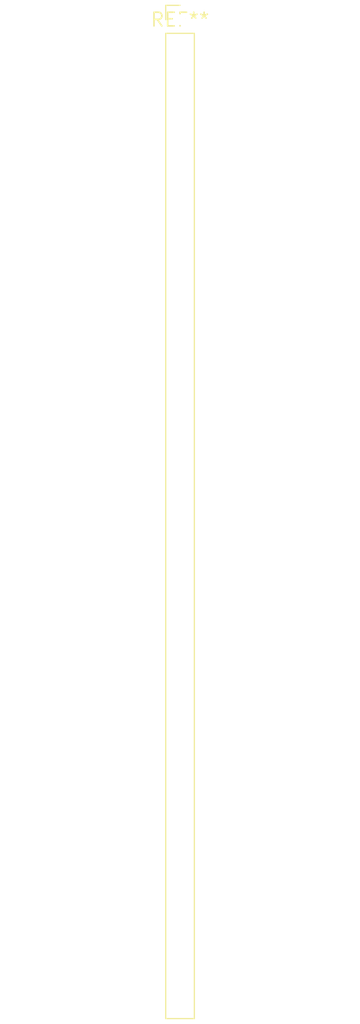
<source format=kicad_pcb>
(kicad_pcb (version 20240108) (generator pcbnew)
  (layers (0 "F.Cu" signal) (31 "B.Cu" signal) (34 "B.Paste" user) (35 "F.Paste" user) (36 "B.SilkS" user "B.Silkscreen") (37 "F.SilkS" user "F.Silkscreen") (38 "B.Mask" user) (39 "F.Mask" user) (44 "Edge.Cuts" user))
  (net 0 "")
  (footprint "PinHeader_1x37_P2.54mm_Vertical" (layer "F.Cu") (at 0 0)
    (property "Reference" "REF**")
    (property "Value" "PinHeader_1x37_P2.54mm_Vertical")
    (fp_line (start -1.33 -1.33) (end 0 -1.33) (layer "F.SilkS") (stroke (width 0.12)))
    (fp_line (start -1.33 0) (end -1.33 -1.33) (layer "F.SilkS") (stroke (width 0.12)))
    (fp_line (start -1.33 1.27) (end -1.33 92.77) (layer "F.SilkS") (stroke (width 0.12)))
    (fp_line (start -1.33 1.27) (end 1.33 1.27) (layer "F.SilkS") (stroke (width 0.12)))
    (fp_line (start -1.33 92.77) (end 1.33 92.77) (layer "F.SilkS") (stroke (width 0.12)))
    (fp_line (start 1.33 1.27) (end 1.33 92.77) (layer "F.SilkS") (stroke (width 0.12)))
    (pad "1" thru_hole rect (at 0 0) (size 1.7 1.7) (drill 1) (layers *.Cu *.Mask) (remove_unused_layers))
    (pad "2" thru_hole oval (at 0 2.54) (size 1.7 1.7) (drill 1) (layers *.Cu *.Mask) (remove_unused_layers))
    (pad "3" thru_hole oval (at 0 5.08) (size 1.7 1.7) (drill 1) (layers *.Cu *.Mask) (remove_unused_layers))
    (pad "4" thru_hole oval (at 0 7.62) (size 1.7 1.7) (drill 1) (layers *.Cu *.Mask) (remove_unused_layers))
    (pad "5" thru_hole oval (at 0 10.16) (size 1.7 1.7) (drill 1) (layers *.Cu *.Mask) (remove_unused_layers))
    (pad "6" thru_hole oval (at 0 12.7) (size 1.7 1.7) (drill 1) (layers *.Cu *.Mask) (remove_unused_layers))
    (pad "7" thru_hole oval (at 0 15.24) (size 1.7 1.7) (drill 1) (layers *.Cu *.Mask) (remove_unused_layers))
    (pad "8" thru_hole oval (at 0 17.78) (size 1.7 1.7) (drill 1) (layers *.Cu *.Mask) (remove_unused_layers))
    (pad "9" thru_hole oval (at 0 20.32) (size 1.7 1.7) (drill 1) (layers *.Cu *.Mask) (remove_unused_layers))
    (pad "10" thru_hole oval (at 0 22.86) (size 1.7 1.7) (drill 1) (layers *.Cu *.Mask) (remove_unused_layers))
    (pad "11" thru_hole oval (at 0 25.4) (size 1.7 1.7) (drill 1) (layers *.Cu *.Mask) (remove_unused_layers))
    (pad "12" thru_hole oval (at 0 27.94) (size 1.7 1.7) (drill 1) (layers *.Cu *.Mask) (remove_unused_layers))
    (pad "13" thru_hole oval (at 0 30.48) (size 1.7 1.7) (drill 1) (layers *.Cu *.Mask) (remove_unused_layers))
    (pad "14" thru_hole oval (at 0 33.02) (size 1.7 1.7) (drill 1) (layers *.Cu *.Mask) (remove_unused_layers))
    (pad "15" thru_hole oval (at 0 35.56) (size 1.7 1.7) (drill 1) (layers *.Cu *.Mask) (remove_unused_layers))
    (pad "16" thru_hole oval (at 0 38.1) (size 1.7 1.7) (drill 1) (layers *.Cu *.Mask) (remove_unused_layers))
    (pad "17" thru_hole oval (at 0 40.64) (size 1.7 1.7) (drill 1) (layers *.Cu *.Mask) (remove_unused_layers))
    (pad "18" thru_hole oval (at 0 43.18) (size 1.7 1.7) (drill 1) (layers *.Cu *.Mask) (remove_unused_layers))
    (pad "19" thru_hole oval (at 0 45.72) (size 1.7 1.7) (drill 1) (layers *.Cu *.Mask) (remove_unused_layers))
    (pad "20" thru_hole oval (at 0 48.26) (size 1.7 1.7) (drill 1) (layers *.Cu *.Mask) (remove_unused_layers))
    (pad "21" thru_hole oval (at 0 50.8) (size 1.7 1.7) (drill 1) (layers *.Cu *.Mask) (remove_unused_layers))
    (pad "22" thru_hole oval (at 0 53.34) (size 1.7 1.7) (drill 1) (layers *.Cu *.Mask) (remove_unused_layers))
    (pad "23" thru_hole oval (at 0 55.88) (size 1.7 1.7) (drill 1) (layers *.Cu *.Mask) (remove_unused_layers))
    (pad "24" thru_hole oval (at 0 58.42) (size 1.7 1.7) (drill 1) (layers *.Cu *.Mask) (remove_unused_layers))
    (pad "25" thru_hole oval (at 0 60.96) (size 1.7 1.7) (drill 1) (layers *.Cu *.Mask) (remove_unused_layers))
    (pad "26" thru_hole oval (at 0 63.5) (size 1.7 1.7) (drill 1) (layers *.Cu *.Mask) (remove_unused_layers))
    (pad "27" thru_hole oval (at 0 66.04) (size 1.7 1.7) (drill 1) (layers *.Cu *.Mask) (remove_unused_layers))
    (pad "28" thru_hole oval (at 0 68.58) (size 1.7 1.7) (drill 1) (layers *.Cu *.Mask) (remove_unused_layers))
    (pad "29" thru_hole oval (at 0 71.12) (size 1.7 1.7) (drill 1) (layers *.Cu *.Mask) (remove_unused_layers))
    (pad "30" thru_hole oval (at 0 73.66) (size 1.7 1.7) (drill 1) (layers *.Cu *.Mask) (remove_unused_layers))
    (pad "31" thru_hole oval (at 0 76.2) (size 1.7 1.7) (drill 1) (layers *.Cu *.Mask) (remove_unused_layers))
    (pad "32" thru_hole oval (at 0 78.74) (size 1.7 1.7) (drill 1) (layers *.Cu *.Mask) (remove_unused_layers))
    (pad "33" thru_hole oval (at 0 81.28) (size 1.7 1.7) (drill 1) (layers *.Cu *.Mask) (remove_unused_layers))
    (pad "34" thru_hole oval (at 0 83.82) (size 1.7 1.7) (drill 1) (layers *.Cu *.Mask) (remove_unused_layers))
    (pad "35" thru_hole oval (at 0 86.36) (size 1.7 1.7) (drill 1) (layers *.Cu *.Mask) (remove_unused_layers))
    (pad "36" thru_hole oval (at 0 88.9) (size 1.7 1.7) (drill 1) (layers *.Cu *.Mask) (remove_unused_layers))
    (pad "37" thru_hole oval (at 0 91.44) (size 1.7 1.7) (drill 1) (layers *.Cu *.Mask) (remove_unused_layers))
  )
)
</source>
